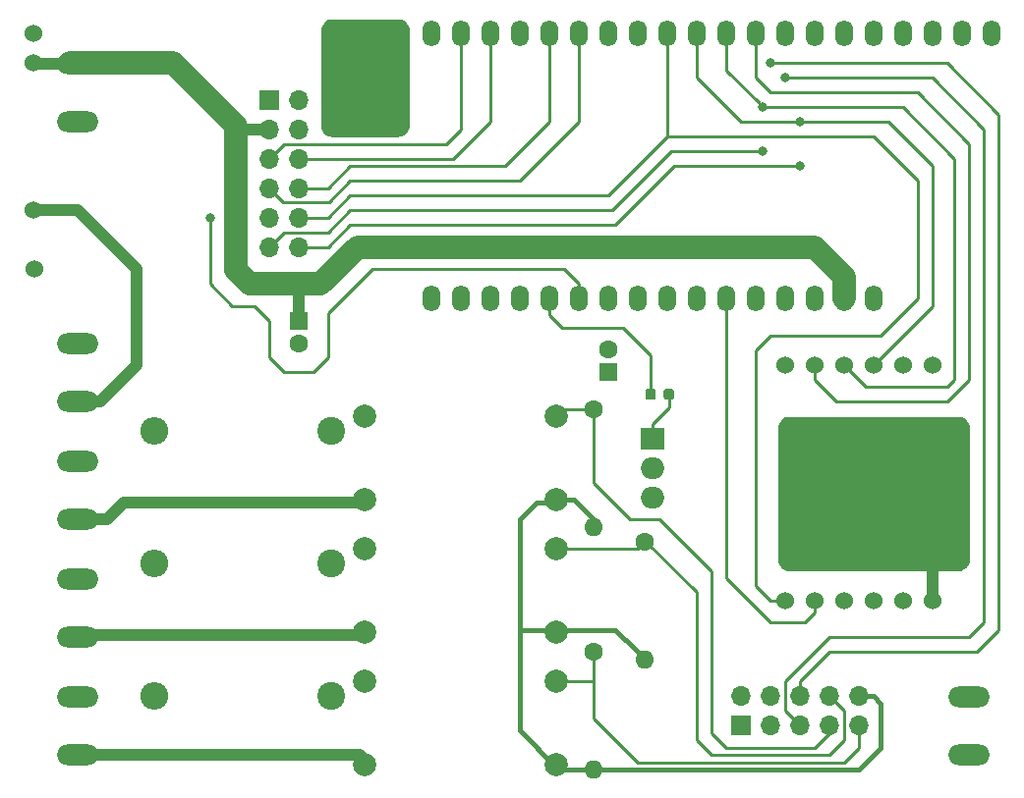
<source format=gtl>
%TF.GenerationSoftware,KiCad,Pcbnew,(5.1.5)-3*%
%TF.CreationDate,2020-07-19T14:01:50+02:00*%
%TF.ProjectId,REM-C,52454d2d-432e-46b6-9963-61645f706362,rev?*%
%TF.SameCoordinates,Original*%
%TF.FileFunction,Copper,L1,Top*%
%TF.FilePolarity,Positive*%
%FSLAX46Y46*%
G04 Gerber Fmt 4.6, Leading zero omitted, Abs format (unit mm)*
G04 Created by KiCad (PCBNEW (5.1.5)-3) date 2020-07-19 14:01:50*
%MOMM*%
%LPD*%
G04 APERTURE LIST*
%ADD10C,1.524000*%
%ADD11O,1.524000X2.268000*%
%ADD12O,1.700000X1.700000*%
%ADD13R,1.700000X1.700000*%
%ADD14O,1.600000X1.600000*%
%ADD15C,1.600000*%
%ADD16O,2.400000X2.400000*%
%ADD17C,2.400000*%
%ADD18C,0.100000*%
%ADD19O,2.000000X1.905000*%
%ADD20R,2.000000X1.905000*%
%ADD21O,3.581400X1.790700*%
%ADD22R,1.600000X1.600000*%
%ADD23C,2.000000*%
%ADD24C,0.800000*%
%ADD25C,1.000000*%
%ADD26C,0.250000*%
%ADD27C,2.000000*%
%ADD28C,0.400000*%
%ADD29C,0.254000*%
G04 APERTURE END LIST*
D10*
X179070000Y-83185000D03*
X176530000Y-83185000D03*
X173990000Y-83185000D03*
X171450000Y-83185000D03*
X168910000Y-83185000D03*
X166370000Y-83185000D03*
X166370000Y-62865000D03*
X168910000Y-62865000D03*
X171450000Y-62865000D03*
X173990000Y-62865000D03*
X176530000Y-62865000D03*
X179070000Y-62865000D03*
D11*
X184150000Y-34290000D03*
X181610000Y-34290000D03*
X179070000Y-34290000D03*
X176530000Y-34290000D03*
X173990000Y-34290000D03*
X171450000Y-34290000D03*
X168910000Y-34290000D03*
X166370000Y-34290000D03*
X163830000Y-34290000D03*
X161290000Y-34290000D03*
X158750000Y-34290000D03*
X156210000Y-34290000D03*
X153670000Y-34290000D03*
X151130000Y-34290000D03*
X148590000Y-34290000D03*
X146050000Y-34290000D03*
X143510000Y-34290000D03*
X140970000Y-34290000D03*
X138430000Y-34290000D03*
X135890000Y-34290000D03*
X173990000Y-57150000D03*
X171450000Y-57150000D03*
X168910000Y-57150000D03*
X166370000Y-57150000D03*
X163830000Y-57150000D03*
X161290000Y-57150000D03*
X158750000Y-57150000D03*
X156210000Y-57150000D03*
X153670000Y-57150000D03*
X151130000Y-57150000D03*
X148590000Y-57150000D03*
X146050000Y-57150000D03*
X143510000Y-57150000D03*
X140970000Y-57150000D03*
X138430000Y-57150000D03*
X135890000Y-57150000D03*
D12*
X124460000Y-52705000D03*
X121920000Y-52705000D03*
X124460000Y-50165000D03*
X121920000Y-50165000D03*
X124460000Y-47625000D03*
X121920000Y-47625000D03*
X124460000Y-45085000D03*
X121920000Y-45085000D03*
X124460000Y-42545000D03*
X121920000Y-42545000D03*
X124460000Y-40005000D03*
D13*
X121920000Y-40005000D03*
D14*
X149860000Y-97790000D03*
D15*
X149860000Y-87630000D03*
D14*
X154305000Y-88265000D03*
D15*
X154305000Y-78105000D03*
D14*
X149860000Y-76835000D03*
D15*
X149860000Y-66675000D03*
D16*
X112014000Y-80010000D03*
D17*
X127254000Y-80010000D03*
%TA.AperFunction,SMDPad,CuDef*%
D18*
G36*
X155027691Y-64931053D02*
G01*
X155048926Y-64934203D01*
X155069750Y-64939419D01*
X155089962Y-64946651D01*
X155109368Y-64955830D01*
X155127781Y-64966866D01*
X155145024Y-64979654D01*
X155160930Y-64994070D01*
X155175346Y-65009976D01*
X155188134Y-65027219D01*
X155199170Y-65045632D01*
X155208349Y-65065038D01*
X155215581Y-65085250D01*
X155220797Y-65106074D01*
X155223947Y-65127309D01*
X155225000Y-65148750D01*
X155225000Y-65661250D01*
X155223947Y-65682691D01*
X155220797Y-65703926D01*
X155215581Y-65724750D01*
X155208349Y-65744962D01*
X155199170Y-65764368D01*
X155188134Y-65782781D01*
X155175346Y-65800024D01*
X155160930Y-65815930D01*
X155145024Y-65830346D01*
X155127781Y-65843134D01*
X155109368Y-65854170D01*
X155089962Y-65863349D01*
X155069750Y-65870581D01*
X155048926Y-65875797D01*
X155027691Y-65878947D01*
X155006250Y-65880000D01*
X154568750Y-65880000D01*
X154547309Y-65878947D01*
X154526074Y-65875797D01*
X154505250Y-65870581D01*
X154485038Y-65863349D01*
X154465632Y-65854170D01*
X154447219Y-65843134D01*
X154429976Y-65830346D01*
X154414070Y-65815930D01*
X154399654Y-65800024D01*
X154386866Y-65782781D01*
X154375830Y-65764368D01*
X154366651Y-65744962D01*
X154359419Y-65724750D01*
X154354203Y-65703926D01*
X154351053Y-65682691D01*
X154350000Y-65661250D01*
X154350000Y-65148750D01*
X154351053Y-65127309D01*
X154354203Y-65106074D01*
X154359419Y-65085250D01*
X154366651Y-65065038D01*
X154375830Y-65045632D01*
X154386866Y-65027219D01*
X154399654Y-65009976D01*
X154414070Y-64994070D01*
X154429976Y-64979654D01*
X154447219Y-64966866D01*
X154465632Y-64955830D01*
X154485038Y-64946651D01*
X154505250Y-64939419D01*
X154526074Y-64934203D01*
X154547309Y-64931053D01*
X154568750Y-64930000D01*
X155006250Y-64930000D01*
X155027691Y-64931053D01*
G37*
%TD.AperFunction*%
%TA.AperFunction,SMDPad,CuDef*%
G36*
X156602691Y-64931053D02*
G01*
X156623926Y-64934203D01*
X156644750Y-64939419D01*
X156664962Y-64946651D01*
X156684368Y-64955830D01*
X156702781Y-64966866D01*
X156720024Y-64979654D01*
X156735930Y-64994070D01*
X156750346Y-65009976D01*
X156763134Y-65027219D01*
X156774170Y-65045632D01*
X156783349Y-65065038D01*
X156790581Y-65085250D01*
X156795797Y-65106074D01*
X156798947Y-65127309D01*
X156800000Y-65148750D01*
X156800000Y-65661250D01*
X156798947Y-65682691D01*
X156795797Y-65703926D01*
X156790581Y-65724750D01*
X156783349Y-65744962D01*
X156774170Y-65764368D01*
X156763134Y-65782781D01*
X156750346Y-65800024D01*
X156735930Y-65815930D01*
X156720024Y-65830346D01*
X156702781Y-65843134D01*
X156684368Y-65854170D01*
X156664962Y-65863349D01*
X156644750Y-65870581D01*
X156623926Y-65875797D01*
X156602691Y-65878947D01*
X156581250Y-65880000D01*
X156143750Y-65880000D01*
X156122309Y-65878947D01*
X156101074Y-65875797D01*
X156080250Y-65870581D01*
X156060038Y-65863349D01*
X156040632Y-65854170D01*
X156022219Y-65843134D01*
X156004976Y-65830346D01*
X155989070Y-65815930D01*
X155974654Y-65800024D01*
X155961866Y-65782781D01*
X155950830Y-65764368D01*
X155941651Y-65744962D01*
X155934419Y-65724750D01*
X155929203Y-65703926D01*
X155926053Y-65682691D01*
X155925000Y-65661250D01*
X155925000Y-65148750D01*
X155926053Y-65127309D01*
X155929203Y-65106074D01*
X155934419Y-65085250D01*
X155941651Y-65065038D01*
X155950830Y-65045632D01*
X155961866Y-65027219D01*
X155974654Y-65009976D01*
X155989070Y-64994070D01*
X156004976Y-64979654D01*
X156022219Y-64966866D01*
X156040632Y-64955830D01*
X156060038Y-64946651D01*
X156080250Y-64939419D01*
X156101074Y-64934203D01*
X156122309Y-64931053D01*
X156143750Y-64930000D01*
X156581250Y-64930000D01*
X156602691Y-64931053D01*
G37*
%TD.AperFunction*%
D19*
X154940000Y-74295000D03*
X154940000Y-71755000D03*
D20*
X154940000Y-69215000D03*
D12*
X172720000Y-91440000D03*
X172720000Y-93980000D03*
X170180000Y-91440000D03*
X170180000Y-93980000D03*
X167640000Y-91440000D03*
X167640000Y-93980000D03*
X165100000Y-91440000D03*
X165100000Y-93980000D03*
X162560000Y-91440000D03*
D13*
X162560000Y-93980000D03*
D21*
X182245000Y-96480000D03*
X182245000Y-91480000D03*
D16*
X112014000Y-91440000D03*
D17*
X127254000Y-91440000D03*
D21*
X105410000Y-36870000D03*
X105410000Y-41870000D03*
D15*
X151130000Y-61500000D03*
D22*
X151130000Y-63500000D03*
D15*
X124460000Y-61055000D03*
D22*
X124460000Y-59055000D03*
D16*
X112014000Y-68580000D03*
D17*
X127254000Y-68580000D03*
D23*
X130175000Y-97378000D03*
X146675000Y-97378000D03*
X146675000Y-90178000D03*
X130175000Y-90178000D03*
X130175000Y-85948000D03*
X146675000Y-85948000D03*
X146675000Y-78748000D03*
X130175000Y-78748000D03*
X130175000Y-74518000D03*
X146675000Y-74518000D03*
X146675000Y-67318000D03*
X130175000Y-67318000D03*
D10*
X101720000Y-54610000D03*
X101600000Y-49530000D03*
X101600000Y-36830000D03*
X101600000Y-34290000D03*
D21*
X105410000Y-61000000D03*
X105410000Y-66000000D03*
X105410000Y-91480000D03*
X105410000Y-96480000D03*
X105410000Y-81320000D03*
X105410000Y-86320000D03*
X105410000Y-71160000D03*
X105410000Y-76160000D03*
D24*
X127000000Y-34925000D03*
X127000000Y-37465000D03*
X132715000Y-41275000D03*
X130810000Y-41275000D03*
X128905000Y-41275000D03*
X128905000Y-37465000D03*
X130810000Y-37465000D03*
X132715000Y-37465000D03*
X132715000Y-34925000D03*
X130810000Y-34925000D03*
X128905000Y-34925000D03*
X180340000Y-71755000D03*
X180340000Y-74295000D03*
X180340000Y-76835000D03*
X180340000Y-79375000D03*
X176530000Y-79375000D03*
X176530000Y-76835000D03*
X176530000Y-74295000D03*
X176530000Y-71755000D03*
X171450000Y-71755000D03*
X171450000Y-74295000D03*
X171450000Y-76835000D03*
X171450000Y-79375000D03*
X167640000Y-79375000D03*
X167640000Y-76835000D03*
X167640000Y-74295000D03*
X167640000Y-71755000D03*
X131826000Y-42545000D03*
X129921000Y-42545000D03*
X165100000Y-36830000D03*
X166370000Y-38100000D03*
X164464976Y-40640000D03*
X164465000Y-44450000D03*
X167640000Y-41910000D03*
X167640000Y-45720000D03*
X116840008Y-50165000D03*
D25*
X107990000Y-76160000D02*
X105410000Y-76160000D01*
X130180000Y-74720000D02*
X109430000Y-74720000D01*
X109430000Y-74720000D02*
X107990000Y-76160000D01*
X105580000Y-86150000D02*
X105410000Y-86320000D01*
X130180000Y-86150000D02*
X105580000Y-86150000D01*
X129705010Y-96480000D02*
X130175000Y-96949990D01*
X105410000Y-96480000D02*
X129705010Y-96480000D01*
X179070000Y-83185000D02*
X179070000Y-79375000D01*
D26*
X171450000Y-97155000D02*
X172720000Y-95885000D01*
X172720000Y-95885000D02*
X172720000Y-93980000D01*
X153652000Y-97155000D02*
X171450000Y-97155000D01*
X149860000Y-93345000D02*
X153652000Y-97155000D01*
X150035000Y-87630000D02*
X149860000Y-87805000D01*
X149860000Y-93345000D02*
X149860000Y-87630000D01*
X148089213Y-90178000D02*
X146675000Y-90178000D01*
X149852000Y-90178000D02*
X148089213Y-90178000D01*
X149860000Y-87630000D02*
X149860000Y-90170000D01*
X149860000Y-90170000D02*
X149852000Y-90178000D01*
X146683000Y-78740000D02*
X146675000Y-78748000D01*
X151130000Y-78740000D02*
X146683000Y-78740000D01*
X153035000Y-78740000D02*
X151130000Y-78740000D01*
X154305000Y-78105000D02*
X153670000Y-78740000D01*
X153670000Y-78740000D02*
X153035000Y-78740000D01*
X171450000Y-92710000D02*
X170180000Y-91440000D01*
X170180000Y-96520000D02*
X171450000Y-95250000D01*
X154374315Y-78105000D02*
X158750000Y-82480685D01*
X154305000Y-78105000D02*
X154374315Y-78105000D01*
X158750000Y-82480685D02*
X158750000Y-95250000D01*
X171450000Y-95250000D02*
X171450000Y-92710000D01*
X158750000Y-95250000D02*
X160020000Y-96520000D01*
X160020000Y-96520000D02*
X170180000Y-96520000D01*
X147318000Y-66675000D02*
X146675000Y-67318000D01*
X149860000Y-66675000D02*
X147318000Y-66675000D01*
X170180000Y-94615000D02*
X170180000Y-93980000D01*
X160020000Y-94615000D02*
X161290000Y-95885000D01*
X149860000Y-73025000D02*
X153035000Y-76200000D01*
X161290000Y-95885000D02*
X168910000Y-95885000D01*
X149860000Y-66675000D02*
X149860000Y-73025000D01*
X160020000Y-80645000D02*
X160020000Y-94615000D01*
X153035000Y-76200000D02*
X155575000Y-76200000D01*
X168910000Y-95885000D02*
X170180000Y-94615000D01*
X155575000Y-76200000D02*
X160020000Y-80645000D01*
X123095001Y-48800001D02*
X122769999Y-48474999D01*
X122769999Y-48474999D02*
X121920000Y-47625000D01*
X148590000Y-41910000D02*
X143510000Y-46990000D01*
X128905000Y-46990000D02*
X127094999Y-48800001D01*
X148590000Y-34290000D02*
X148590000Y-41910000D01*
X143510000Y-46990000D02*
X128905000Y-46990000D01*
X127094999Y-48800001D02*
X123095001Y-48800001D01*
X167640000Y-90170000D02*
X167640000Y-91440000D01*
X170180000Y-87630000D02*
X167640000Y-90170000D01*
X180340000Y-36830000D02*
X184785000Y-41275000D01*
X165100000Y-36830000D02*
X180340000Y-36830000D01*
X182880000Y-87630000D02*
X170180000Y-87630000D01*
X184785000Y-41275000D02*
X184785000Y-85725000D01*
X184785000Y-85725000D02*
X182880000Y-87630000D01*
X146050000Y-41910000D02*
X146050000Y-34290000D01*
X142240000Y-45720000D02*
X146050000Y-41910000D01*
X128905000Y-45720000D02*
X142240000Y-45720000D01*
X124460000Y-47625000D02*
X127000000Y-47625000D01*
X127000000Y-47625000D02*
X128905000Y-45720000D01*
X166370000Y-90170000D02*
X166370000Y-92710000D01*
X166370000Y-92710000D02*
X166790001Y-93130001D01*
X166370000Y-38100000D02*
X179070000Y-38100000D01*
X166790001Y-93130001D02*
X167640000Y-93980000D01*
X183515000Y-42545000D02*
X183515000Y-85090000D01*
X179070000Y-38100000D02*
X183515000Y-42545000D01*
X183515000Y-85090000D02*
X182245000Y-86360000D01*
X170180000Y-86360000D02*
X166370000Y-90170000D01*
X182245000Y-86360000D02*
X170180000Y-86360000D01*
D25*
X124460000Y-59055000D02*
X124460000Y-55880000D01*
D27*
X126365000Y-55880000D02*
X124460000Y-55880000D01*
X129540000Y-52705000D02*
X126365000Y-55880000D01*
X168910000Y-52705000D02*
X129540000Y-52705000D01*
X171450000Y-57150000D02*
X171450000Y-55245000D01*
X171450000Y-55245000D02*
X168910000Y-52705000D01*
X120275000Y-55880000D02*
X119075001Y-54680001D01*
X119075001Y-54680001D02*
X119075001Y-44780001D01*
X124460000Y-55880000D02*
X120275000Y-55880000D01*
D25*
X119380000Y-45085000D02*
X119075001Y-44780001D01*
D27*
X119075001Y-44780001D02*
X119075001Y-42240001D01*
X113665000Y-36830000D02*
X104775000Y-36830000D01*
X119075001Y-42240001D02*
X113665000Y-36830000D01*
D25*
X119380000Y-42545000D02*
X119075001Y-42240001D01*
X121920000Y-42545000D02*
X119380000Y-42545000D01*
X101640000Y-36870000D02*
X101600000Y-36830000D01*
X105410000Y-36870000D02*
X101640000Y-36870000D01*
X105410000Y-66000000D02*
X107355000Y-66000000D01*
X105410000Y-49530000D02*
X101600000Y-49530000D01*
X110490000Y-54610000D02*
X105410000Y-49530000D01*
X110490000Y-62865000D02*
X110490000Y-54610000D01*
X107355000Y-66000000D02*
X110490000Y-62865000D01*
D28*
X149825000Y-97580000D02*
X150035000Y-97790000D01*
X146680000Y-74720000D02*
X144990000Y-74720000D01*
X144990000Y-74720000D02*
X143510000Y-76200000D01*
X143510000Y-94410000D02*
X146680000Y-97580000D01*
X143510000Y-76200000D02*
X143510000Y-86360000D01*
X143510000Y-86360000D02*
X143510000Y-94410000D01*
X147087000Y-97790000D02*
X146675000Y-97378000D01*
X150035000Y-97790000D02*
X147087000Y-97790000D01*
X149860000Y-76200000D02*
X149860000Y-76835000D01*
X146675000Y-74518000D02*
X148178000Y-74518000D01*
X148178000Y-74518000D02*
X149860000Y-76200000D01*
X153505001Y-87465001D02*
X154305000Y-88265000D01*
X151765000Y-85725000D02*
X153505001Y-87465001D01*
X146675000Y-85948000D02*
X146898000Y-85725000D01*
X146898000Y-85725000D02*
X151765000Y-85725000D01*
X146255000Y-85725000D02*
X143510000Y-85725000D01*
X146680000Y-86150000D02*
X146255000Y-85725000D01*
X172720000Y-97790000D02*
X150035000Y-97790000D01*
X174625000Y-95885000D02*
X172720000Y-97790000D01*
X174625000Y-92075000D02*
X174625000Y-95885000D01*
X172720000Y-91440000D02*
X173990000Y-91440000D01*
X173990000Y-91440000D02*
X174625000Y-92075000D01*
D26*
X151130000Y-48260000D02*
X156210000Y-43180000D01*
X128905000Y-48260000D02*
X151130000Y-48260000D01*
X124460000Y-50165000D02*
X127000000Y-50165000D01*
X127000000Y-50165000D02*
X128905000Y-48260000D01*
X156210000Y-43180000D02*
X156210000Y-34290000D01*
X165100000Y-83185000D02*
X166370000Y-83185000D01*
X163830000Y-81915000D02*
X165100000Y-83185000D01*
X165100000Y-60325000D02*
X163830000Y-61595000D01*
X173990000Y-43180000D02*
X177800000Y-46990000D01*
X156210000Y-43180000D02*
X173990000Y-43180000D01*
X163830000Y-61595000D02*
X163830000Y-81915000D01*
X174625000Y-60325000D02*
X165100000Y-60325000D01*
X177800000Y-46990000D02*
X177800000Y-57150000D01*
X177800000Y-57150000D02*
X174625000Y-60325000D01*
X168910000Y-64135000D02*
X168910000Y-62865000D01*
X170815000Y-66040000D02*
X168910000Y-64135000D01*
X180340000Y-66040000D02*
X170815000Y-66040000D01*
X182245000Y-64135000D02*
X180340000Y-66040000D01*
X165100000Y-39370000D02*
X177800000Y-39370000D01*
X163830000Y-34290000D02*
X163830000Y-38100000D01*
X163830000Y-38100000D02*
X165100000Y-39370000D01*
X177800000Y-39370000D02*
X182245000Y-43815000D01*
X182245000Y-43815000D02*
X182245000Y-64135000D01*
X165030661Y-40640000D02*
X164464976Y-40640000D01*
X180975000Y-45085000D02*
X176530000Y-40640000D01*
X173355000Y-64770000D02*
X180340000Y-64770000D01*
X176530000Y-40640000D02*
X165030661Y-40640000D01*
X180340000Y-64770000D02*
X180975000Y-64135000D01*
X161290000Y-34290000D02*
X161290000Y-37465024D01*
X164064977Y-40240001D02*
X164464976Y-40640000D01*
X161290000Y-37465024D02*
X164064977Y-40240001D01*
X180975000Y-64135000D02*
X180975000Y-45085000D01*
X171450000Y-62865000D02*
X173355000Y-64770000D01*
X123190000Y-51435000D02*
X126998590Y-51435000D01*
X156527500Y-44450000D02*
X163899315Y-44450000D01*
X126998590Y-51435000D02*
X128903590Y-49530000D01*
X151447500Y-49530000D02*
X156527500Y-44450000D01*
X163899315Y-44450000D02*
X164465000Y-44450000D01*
X121920000Y-52705000D02*
X123190000Y-51435000D01*
X128903590Y-49530000D02*
X151447500Y-49530000D01*
X179070000Y-57785000D02*
X179070000Y-45720000D01*
X173990000Y-62865000D02*
X179070000Y-57785000D01*
X175260000Y-41910000D02*
X168205685Y-41910000D01*
X168205685Y-41910000D02*
X167640000Y-41910000D01*
X179070000Y-45720000D02*
X175260000Y-41910000D01*
X158750000Y-38100000D02*
X162560000Y-41910000D01*
X158750000Y-34290000D02*
X158750000Y-38100000D01*
X167074315Y-41910000D02*
X167640000Y-41910000D01*
X162560000Y-41910000D02*
X167074315Y-41910000D01*
X151765000Y-50800000D02*
X156845000Y-45720000D01*
X128905000Y-50800000D02*
X151765000Y-50800000D01*
X124460000Y-52705000D02*
X127000000Y-52705000D01*
X156845000Y-45720000D02*
X167640000Y-45720000D01*
X127000000Y-52705000D02*
X128905000Y-50800000D01*
X168082630Y-85090000D02*
X168910000Y-84262630D01*
X165100000Y-85090000D02*
X168082630Y-85090000D01*
X161290000Y-57150000D02*
X161290000Y-81280000D01*
X168910000Y-84262630D02*
X168910000Y-83185000D01*
X161290000Y-81280000D02*
X165100000Y-85090000D01*
X154940000Y-67945000D02*
X154940000Y-69215000D01*
X156362500Y-65405000D02*
X156362500Y-66522500D01*
X156362500Y-66522500D02*
X154940000Y-67945000D01*
X116840008Y-55880008D02*
X116840008Y-50165000D01*
X127000000Y-58420000D02*
X127000000Y-62230000D01*
X127000000Y-62230000D02*
X125730000Y-63500000D01*
X130810000Y-54610000D02*
X127000000Y-58420000D01*
X123190000Y-63500000D02*
X121920000Y-62230000D01*
X120650000Y-57785000D02*
X118745000Y-57785000D01*
X121920000Y-62230000D02*
X121920000Y-59055000D01*
X125730000Y-63500000D02*
X123190000Y-63500000D01*
X118745000Y-57785000D02*
X116840008Y-55880008D01*
X121920000Y-59055000D02*
X120650000Y-57785000D01*
X148590000Y-57150000D02*
X148590000Y-56515000D01*
X148590000Y-57150000D02*
X148590000Y-55880000D01*
X148590000Y-55880000D02*
X147320000Y-54610000D01*
X147320000Y-54610000D02*
X130810000Y-54610000D01*
X154787500Y-62077500D02*
X154787500Y-65405000D01*
X152400000Y-59690000D02*
X154787500Y-62077500D01*
X146050000Y-57150000D02*
X146050000Y-58534000D01*
X147206000Y-59690000D02*
X152400000Y-59690000D01*
X146050000Y-58534000D02*
X147206000Y-59690000D01*
X123190000Y-43815000D02*
X121920000Y-45085000D01*
X137160000Y-43815000D02*
X123190000Y-43815000D01*
X138430000Y-34290000D02*
X138430000Y-42545000D01*
X138430000Y-42545000D02*
X137160000Y-43815000D01*
X140970000Y-35674000D02*
X140970000Y-34290000D01*
X140970000Y-41910000D02*
X140970000Y-35674000D01*
X124460000Y-45085000D02*
X137795000Y-45085000D01*
X137795000Y-45085000D02*
X140970000Y-41910000D01*
D29*
G36*
X133155189Y-33164376D02*
G01*
X133318850Y-33214022D01*
X133469672Y-33294638D01*
X133601870Y-33403130D01*
X133710362Y-33535328D01*
X133790978Y-33686150D01*
X133840624Y-33849811D01*
X133858000Y-34026234D01*
X133858000Y-42173766D01*
X133840624Y-42350189D01*
X133790978Y-42513850D01*
X133710362Y-42664672D01*
X133601870Y-42796870D01*
X133469672Y-42905362D01*
X133318850Y-42985978D01*
X133155189Y-43035624D01*
X132978766Y-43053000D01*
X127323734Y-43053000D01*
X127156573Y-43036536D01*
X127001831Y-42989595D01*
X126859218Y-42913367D01*
X126734218Y-42810782D01*
X126631633Y-42685782D01*
X126555405Y-42543169D01*
X126508464Y-42388427D01*
X126492000Y-42221266D01*
X126492000Y-34026234D01*
X126509376Y-33849811D01*
X126559022Y-33686150D01*
X126639638Y-33535328D01*
X126748130Y-33403130D01*
X126880328Y-33294638D01*
X127031150Y-33214022D01*
X127194811Y-33164376D01*
X127371234Y-33147000D01*
X132978766Y-33147000D01*
X133155189Y-33164376D01*
G37*
X133155189Y-33164376D02*
X133318850Y-33214022D01*
X133469672Y-33294638D01*
X133601870Y-33403130D01*
X133710362Y-33535328D01*
X133790978Y-33686150D01*
X133840624Y-33849811D01*
X133858000Y-34026234D01*
X133858000Y-42173766D01*
X133840624Y-42350189D01*
X133790978Y-42513850D01*
X133710362Y-42664672D01*
X133601870Y-42796870D01*
X133469672Y-42905362D01*
X133318850Y-42985978D01*
X133155189Y-43035624D01*
X132978766Y-43053000D01*
X127323734Y-43053000D01*
X127156573Y-43036536D01*
X127001831Y-42989595D01*
X126859218Y-42913367D01*
X126734218Y-42810782D01*
X126631633Y-42685782D01*
X126555405Y-42543169D01*
X126508464Y-42388427D01*
X126492000Y-42221266D01*
X126492000Y-34026234D01*
X126509376Y-33849811D01*
X126559022Y-33686150D01*
X126639638Y-33535328D01*
X126748130Y-33403130D01*
X126880328Y-33294638D01*
X127031150Y-33214022D01*
X127194811Y-33164376D01*
X127371234Y-33147000D01*
X132978766Y-33147000D01*
X133155189Y-33164376D01*
G36*
X181415189Y-67454376D02*
G01*
X181578850Y-67504022D01*
X181729672Y-67584638D01*
X181861870Y-67693130D01*
X181970362Y-67825328D01*
X182050978Y-67976150D01*
X182100624Y-68139811D01*
X182118000Y-68316234D01*
X182118000Y-79638766D01*
X182100624Y-79815189D01*
X182050978Y-79978850D01*
X181970362Y-80129672D01*
X181861870Y-80261870D01*
X181729672Y-80370362D01*
X181578850Y-80450978D01*
X181415189Y-80500624D01*
X181238766Y-80518000D01*
X166741234Y-80518000D01*
X166564811Y-80500624D01*
X166401150Y-80450978D01*
X166250328Y-80370362D01*
X166118130Y-80261870D01*
X166009638Y-80129672D01*
X165929022Y-79978850D01*
X165879376Y-79815189D01*
X165862000Y-79638766D01*
X165862000Y-68316234D01*
X165879376Y-68139811D01*
X165929022Y-67976150D01*
X166009638Y-67825328D01*
X166118130Y-67693130D01*
X166250328Y-67584638D01*
X166401150Y-67504022D01*
X166564811Y-67454376D01*
X166741234Y-67437000D01*
X181238766Y-67437000D01*
X181415189Y-67454376D01*
G37*
X181415189Y-67454376D02*
X181578850Y-67504022D01*
X181729672Y-67584638D01*
X181861870Y-67693130D01*
X181970362Y-67825328D01*
X182050978Y-67976150D01*
X182100624Y-68139811D01*
X182118000Y-68316234D01*
X182118000Y-79638766D01*
X182100624Y-79815189D01*
X182050978Y-79978850D01*
X181970362Y-80129672D01*
X181861870Y-80261870D01*
X181729672Y-80370362D01*
X181578850Y-80450978D01*
X181415189Y-80500624D01*
X181238766Y-80518000D01*
X166741234Y-80518000D01*
X166564811Y-80500624D01*
X166401150Y-80450978D01*
X166250328Y-80370362D01*
X166118130Y-80261870D01*
X166009638Y-80129672D01*
X165929022Y-79978850D01*
X165879376Y-79815189D01*
X165862000Y-79638766D01*
X165862000Y-68316234D01*
X165879376Y-68139811D01*
X165929022Y-67976150D01*
X166009638Y-67825328D01*
X166118130Y-67693130D01*
X166250328Y-67584638D01*
X166401150Y-67504022D01*
X166564811Y-67454376D01*
X166741234Y-67437000D01*
X181238766Y-67437000D01*
X181415189Y-67454376D01*
M02*

</source>
